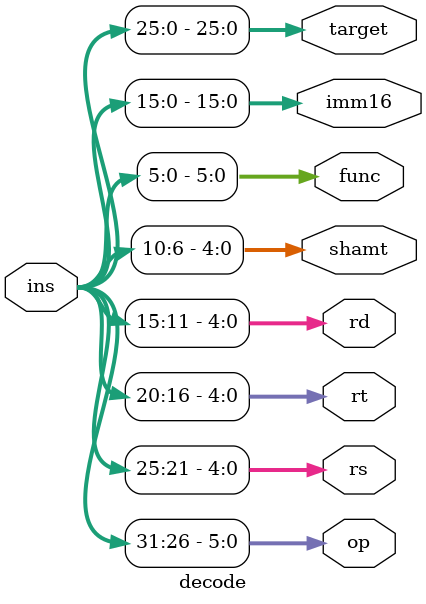
<source format=v>

module decode (
    ins,
    op,rs,rt,rd,shamt,func,imm16,target
);

input[31:0] ins;
output[5:0] op;
output[4:0] rs,rt,rd;
output[4:0] shamt;
output[5:0] func;
output[15:0] imm16;
output[25:0] target;

assign op=ins[31:26];
assign rs=ins[25:21];
assign rt=ins[20:16];
assign rd=ins[15:11];
assign shamt=ins[10:6];
assign func=ins[5:0];
assign imm16=ins[15:0];
assign target=ins[25:0];

endmodule
</source>
